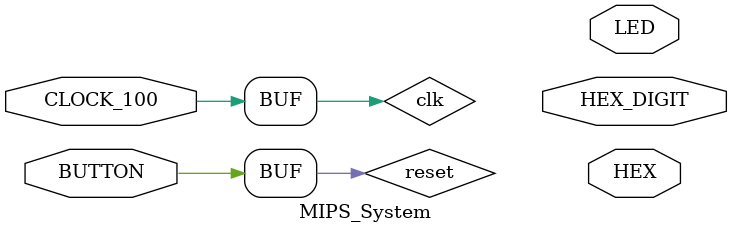
<source format=v>

module MIPS_System(
  input         CLOCK_100,
  input         BUTTON,
  output  [7:0] HEX,
  output  [3:0] HEX_DIGIT,
  output  [9:0] LED
);

  parameter MIF_HEX       ="";
  parameter RESET_PC      = 32'h0001_0000;
  parameter DWIDTH        = 32;
  parameter AWIDTH        = 12;

  wire          clk;
  wire          reset;
  reg           reset_ff;
  wire [31:0]   fetch_addr;
  wire [31:0]   inst;
  wire [31:0]   imem_inst;
  wire [31:0]   data_addr;
  wire [31:0]   write_data;
  wire [31:0]   read_data;
  wire          cs_mem_n;
  wire          data_we;

  assign  clk = CLOCK_100;
  assign  reset = BUTTON;

  always @(posedge clk)
    reset_ff <= reset;

  assign inst = (reset_ff)? imem_inst: 32'h0;

	MIPS_cpu #(
      .RESET_PC(RESET_PC)
  ) icpu (
		.clk			  (clk), 
		.rst_n		  (reset_ff),     //negedge reset
		.pc			    (fetch_addr),
		.inst		  	(inst),

		.MemWrite   (data_we),      // data_we: active high
		.MemAddr		(data_addr), 
		.MemWData	  (write_data),
		.MemRData	  (read_data)
  );


  ASYNC_RAM_DP #(
      .DWIDTH   (DWIDTH),
      .AWIDTH   (AWIDTH),
      .MIF_HEX  (MIF_HEX)
  ) imem (
    .clk      (clk),
    //IM  - Read Only
    .addr0    (fetch_addr [AWIDTH+1:2]),    //12-bit (match with mem width)
    .we0      (1'b0),                       //write enable
    .d0       (32'd0),                      //write data
    .q0       (imem_inst),                  //read inst

    //DM  - Read / Write
    .addr1    (data_addr  [AWIDTH+1:2]),
    .we1      (data_we),                    //wirte enable 
    .d1       (write_data),                 //write data
    .q1       (read_data)                   //read data
  );
 
endmodule

</source>
